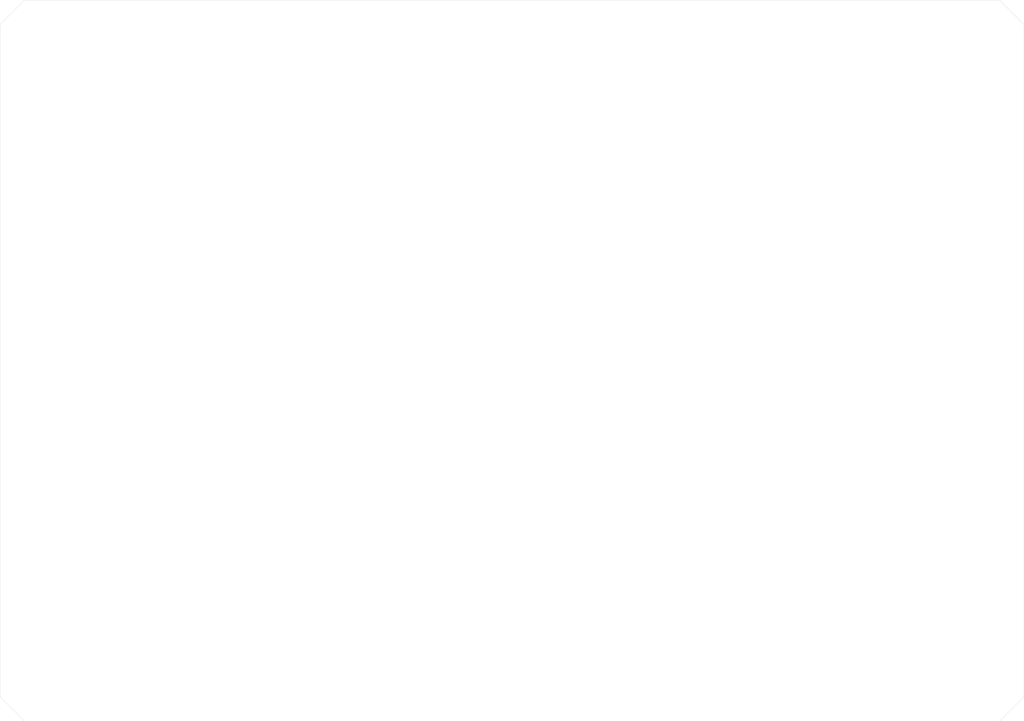
<source format=kicad_pcb>
(kicad_pcb
	(version 20240108)
	(generator "pcbnew")
	(generator_version "8.0")
	(general
		(thickness 1.6)
		(legacy_teardrops no)
	)
	(paper "A4")
	(layers
		(0 "F.Cu" signal)
		(31 "B.Cu" signal)
		(32 "B.Adhes" user "B.Adhesive")
		(33 "F.Adhes" user "F.Adhesive")
		(34 "B.Paste" user)
		(35 "F.Paste" user)
		(36 "B.SilkS" user "B.Silkscreen")
		(37 "F.SilkS" user "F.Silkscreen")
		(38 "B.Mask" user)
		(39 "F.Mask" user)
		(40 "Dwgs.User" user "User.Drawings")
		(41 "Cmts.User" user "User.Comments")
		(42 "Eco1.User" user "User.Eco1")
		(43 "Eco2.User" user "User.Eco2")
		(44 "Edge.Cuts" user)
		(45 "Margin" user)
		(46 "B.CrtYd" user "B.Courtyard")
		(47 "F.CrtYd" user "F.Courtyard")
		(48 "B.Fab" user)
		(49 "F.Fab" user)
		(50 "User.1" user)
		(51 "User.2" user)
		(52 "User.3" user)
		(53 "User.4" user)
		(54 "User.5" user)
		(55 "User.6" user)
		(56 "User.7" user)
		(57 "User.8" user)
		(58 "User.9" user)
	)
	(setup
		(pad_to_mask_clearance 0)
		(allow_soldermask_bridges_in_footprints no)
		(pcbplotparams
			(layerselection 0x00010fc_ffffffff)
			(plot_on_all_layers_selection 0x0000000_00000000)
			(disableapertmacros no)
			(usegerberextensions no)
			(usegerberattributes yes)
			(usegerberadvancedattributes yes)
			(creategerberjobfile yes)
			(dashed_line_dash_ratio 12.000000)
			(dashed_line_gap_ratio 3.000000)
			(svgprecision 4)
			(plotframeref no)
			(viasonmask no)
			(mode 1)
			(useauxorigin no)
			(hpglpennumber 1)
			(hpglpenspeed 20)
			(hpglpendiameter 15.000000)
			(pdf_front_fp_property_popups yes)
			(pdf_back_fp_property_popups yes)
			(dxfpolygonmode yes)
			(dxfimperialunits yes)
			(dxfusepcbnewfont yes)
			(psnegative no)
			(psa4output no)
			(plotreference yes)
			(plotvalue yes)
			(plotfptext yes)
			(plotinvisibletext no)
			(sketchpadsonfab no)
			(subtractmaskfromsilk no)
			(outputformat 1)
			(mirror no)
			(drillshape 1)
			(scaleselection 1)
			(outputdirectory "")
		)
	)
	(net 0 "")
	(gr_line
		(start 220 163)
		(end 225 158)
		(stroke
			(width 0.05)
			(type default)
		)
		(layer "Edge.Cuts")
		(uuid "063f80c5-886c-4661-96d5-824af9a38601")
	)
	(gr_line
		(start 20 15)
		(end 220 15)
		(stroke
			(width 0.05)
			(type default)
		)
		(layer "Edge.Cuts")
		(uuid "3ae1be57-6771-4967-b98a-3a8e1dd9174e")
	)
	(gr_line
		(start 15 158)
		(end 15 20)
		(stroke
			(width 0.05)
			(type default)
		)
		(layer "Edge.Cuts")
		(uuid "4054509f-f838-45a8-af66-5d15be875772")
	)
	(gr_line
		(start 15 158)
		(end 20 163)
		(stroke
			(width 0.05)
			(type default)
		)
		(layer "Edge.Cuts")
		(uuid "8e6ee5de-9b64-48d3-be92-a5cdc03a7bec")
	)
	(gr_line
		(start 225 20)
		(end 225 158)
		(stroke
			(width 0.05)
			(type default)
		)
		(layer "Edge.Cuts")
		(uuid "9103c0a4-f97b-493c-a4c5-2a07a1caa61c")
	)
	(gr_line
		(start 225 20)
		(end 220 15)
		(stroke
			(width 0.05)
			(type default)
		)
		(layer "Edge.Cuts")
		(uuid "c51e0b9f-61c3-47fb-a51c-b879bd79dc47")
	)
	(gr_line
		(start 20 163)
		(end 220 163)
		(stroke
			(width 0.05)
			(type default)
		)
		(layer "Edge.Cuts")
		(uuid "d18e1cfa-f5c6-4273-9b8b-08fb244a31b2")
	)
	(gr_line
		(start 15 20)
		(end 20 15)
		(stroke
			(width 0.05)
			(type default)
		)
		(layer "Edge.Cuts")
		(uuid "dd735b0c-d743-4c82-acb0-307781aa0aeb")
	)
)
</source>
